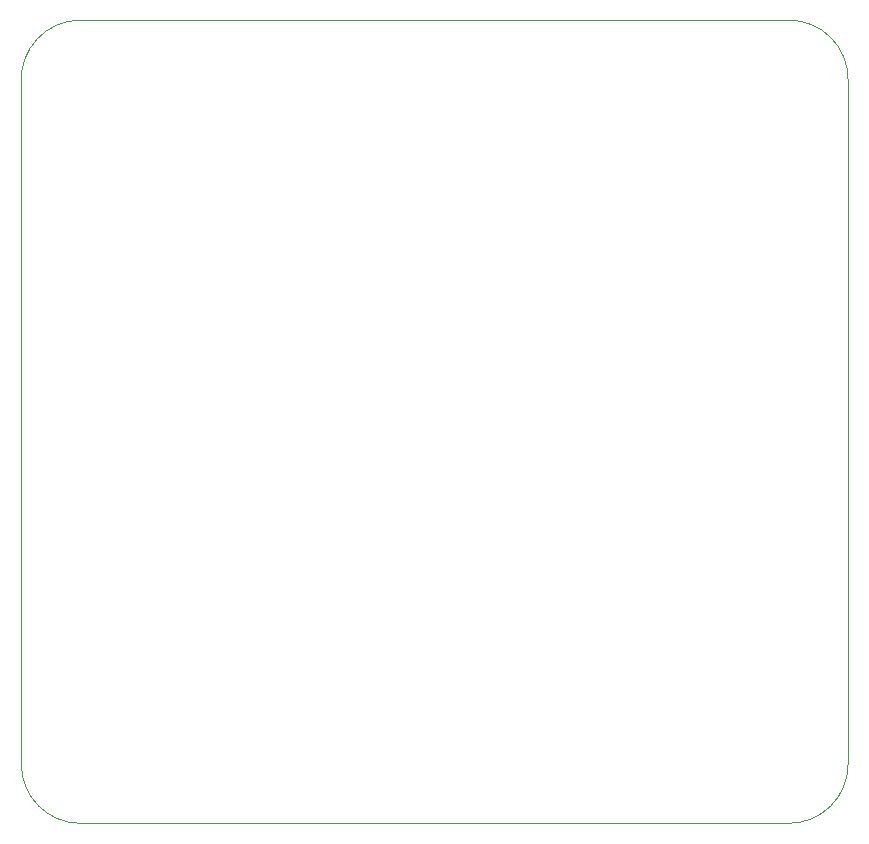
<source format=gm1>
G04*
G04 #@! TF.GenerationSoftware,Altium Limited,Altium Designer,18.1.9 (240)*
G04*
G04 Layer_Color=16711935*
%FSLAX25Y25*%
%MOIN*%
G70*
G01*
G75*
%ADD62C,0.00394*%
D62*
X106299Y110236D02*
G03*
X125984Y90551I19707J22D01*
G01*
X362205D02*
G03*
X381890Y110236I2J19683D01*
G01*
X381890Y338583D02*
G03*
X362205Y358268I-19684J0D01*
G01*
X125984Y358267D02*
G03*
X106328Y337511I0J-19685D01*
G01*
X106299Y110236D02*
X106328Y337511D01*
X125984Y90551D02*
X362205D01*
X381890Y110236D02*
Y338583D01*
X125984Y358267D02*
X362205Y358268D01*
M02*

</source>
